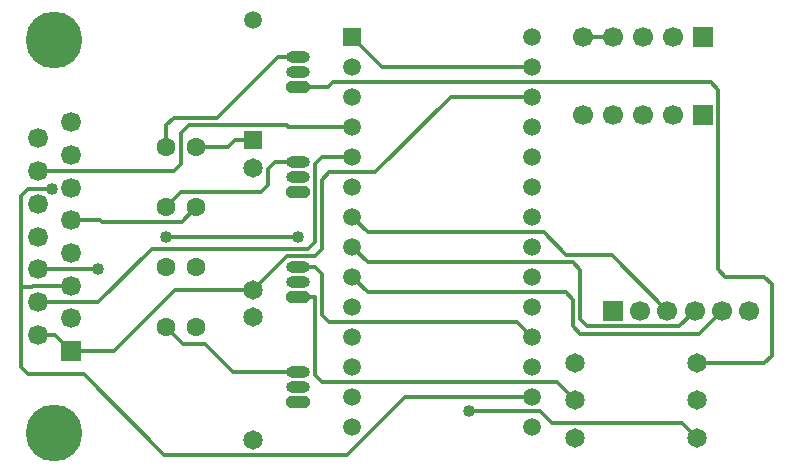
<source format=gbr>
G04 DipTrace 3.0.0.2*
G04 Top.gbr*
%MOMM*%
G04 #@! TF.FileFunction,Copper,L1,Top*
G04 #@! TF.Part,Single*
%AMOUTLINE0*
4,1,8,
-0.75,0.5,
-1.0,0.25,
-1.0,-0.25,
-0.75,-0.5,
0.75,-0.5,
1.0,-0.25,
1.0,0.25,
0.75,0.5,
-0.75,0.5,
0*%
G04 #@! TA.AperFunction,Conductor*
%ADD13C,0.3048*%
G04 #@! TA.AperFunction,ComponentPad*
%ADD14C,1.6*%
%ADD15C,1.6*%
%ADD16R,1.5X1.5*%
%ADD17C,1.5*%
%ADD18R,1.69X1.69*%
%ADD19C,1.69*%
%ADD20C,4.8*%
%ADD21R,1.7X1.7*%
%ADD22C,1.7*%
%ADD23O,2.0X1.0*%
%ADD24C,1.65*%
G04 #@! TA.AperFunction,ViaPad*
%ADD25C,1.016*%
G04 #@! TA.AperFunction,ComponentPad*
%ADD57OUTLINE0*%
%FSLAX35Y35*%
G04*
G71*
G90*
G75*
G01*
G04 Top*
%LPD*%
X2682747Y3259000D2*
D13*
X2557027Y3133280D1*
X1881751D1*
X1866531Y3148500D1*
X1622000D1*
X4000377Y4703627D2*
X4254377Y4449627D1*
X5520377D1*
X2682747Y3767000D2*
X2945569D1*
X3009069Y3830500D1*
X3159000D1*
X5953000Y4703623D2*
X6207000D1*
X1338000Y2179000D2*
X1483500D1*
X1622000Y2040500D1*
X3159000Y2557377D2*
X3448343Y2846720D1*
X3685720D1*
X3746680Y2907680D1*
Y3493391D1*
X3807640Y3554351D1*
X4197441D1*
X4838716Y4195627D1*
X5520377D1*
X1622000Y2040500D2*
X1983622D1*
X2500498Y2557377D1*
X3159000D1*
X4000377Y3941627D2*
X3461431D1*
X3451837Y3951221D1*
X2615430D1*
X2554470Y3890261D1*
Y3624961D1*
X2493509Y3564000D1*
X1338000D1*
Y2456000D2*
X1851571D1*
X2303251Y2907680D1*
X3624760D1*
X3685720Y2968640D1*
Y3626660D1*
X3746687Y3687627D1*
X4000377D1*
X6924500Y1941377D2*
X7490720D1*
X7551681Y2002338D1*
Y2610497D1*
X7490713Y2671465D1*
X7160681D1*
X7099721Y2732425D1*
Y4255391D1*
X7038761Y4316351D1*
X3839372D1*
X3798021Y4275000D1*
X3540000D1*
X5889500Y1623873D2*
X5737022Y1776351D1*
X3746680D1*
X3685720Y1837311D1*
Y2497000D1*
X3540000D1*
X4991770Y1532610D2*
X5592089D1*
X5690100Y1434599D1*
X6796274D1*
X6924500Y1306373D1*
X1622000Y2594500D2*
X1294949D1*
X1286669Y2586220D1*
X1207279D1*
X1194290Y2573230D1*
Y1904431D1*
X1255255Y1843466D1*
X1727720D1*
X2408905Y1162281D1*
X3958010D1*
X4451356Y1655627D1*
X5520377D1*
X2428747Y3767000D2*
Y3951220D1*
X2489707Y4012181D1*
X2855821D1*
X3372639Y4529000D1*
X3540000D1*
X1194290Y2573230D2*
Y3356259D1*
X1255250Y3417219D1*
X1456220D1*
X2428747Y3259000D2*
X2554467Y3384720D1*
X3226259D1*
X3287219Y3445680D1*
Y3579040D1*
X3348179Y3640000D1*
X3540000D1*
Y2751000D2*
X3685720D1*
X3746680Y2690040D1*
Y2345311D1*
X3807640Y2284351D1*
X5399652D1*
X5520377Y2163627D1*
X2428750Y3004200D2*
X3540000D1*
X1848741Y2732999D2*
X1338000Y2733000D1*
X2428747Y2243000D2*
X2570286Y2101461D1*
X2750990D1*
X2990451Y1862000D1*
X3540000D1*
X4000377Y3179627D2*
X4133652Y3046351D1*
X5622371D1*
X5815411Y2853311D1*
X6197792D1*
X6670003Y2381100D1*
X4000377Y2925627D2*
X4133652Y2792351D1*
X5869861D1*
X5930821Y2731391D1*
Y2311341D1*
X5991781Y2250381D1*
X6769281D1*
X6900000Y2381100D1*
X7130003D2*
X6938325Y2189421D1*
X5930818D1*
X5869856Y2250384D1*
Y2477391D1*
X5808896Y2538351D1*
X4133652D1*
X4000377Y2671627D1*
D25*
X4991770Y1532610D3*
X1456220Y3417219D3*
X3540000Y3004200D3*
X2428750D3*
X1848741Y2732999D3*
D14*
X2428747Y3767000D3*
D15*
X2682747D3*
D14*
X2428747Y3259000D3*
D15*
X2682747D3*
D14*
X2428747Y2751000D3*
D15*
X2682747D3*
D14*
X2428747Y2243000D3*
D15*
X2682747D3*
D16*
X3159000Y3830500D3*
D17*
Y4840500D3*
D18*
X1622000Y2040500D3*
D19*
Y2317500D3*
Y2594500D3*
Y2871500D3*
Y3148500D3*
Y3425500D3*
Y3702500D3*
Y3979500D3*
X1338000Y2179000D3*
Y2456000D3*
Y2733000D3*
Y3010000D3*
Y3287000D3*
Y3564000D3*
Y3841000D3*
D20*
X1480000Y1344000D3*
Y4676000D3*
D21*
X6969000Y4703623D3*
D22*
X6715000D3*
X6461000D3*
X6207000D3*
X5953000D3*
D21*
X6969000Y4036873D3*
D22*
X6715000D3*
X6461000D3*
X6207000D3*
X5953000D3*
D57*
X3540000Y4275000D3*
D23*
Y4402000D3*
Y4529000D3*
D57*
Y3386000D3*
D23*
Y3513000D3*
Y3640000D3*
D57*
Y2497000D3*
D23*
Y2624000D3*
Y2751000D3*
D57*
Y1608000D3*
D23*
Y1735000D3*
Y1862000D3*
D24*
X3159000Y3592377D3*
Y2557377D3*
X5889500Y1941377D3*
X6924500D3*
X3159000Y1290500D3*
Y2325500D3*
X6924500Y1623873D3*
X5889500D3*
Y1306373D3*
X6924500D3*
D21*
X6210000Y2381100D3*
D22*
X6440003D3*
X6670003D3*
X6900000D3*
X7130003D3*
X7360000D3*
D16*
X4000377Y4703627D3*
D17*
Y4449627D3*
Y4195627D3*
Y3941627D3*
Y3687627D3*
Y3433627D3*
Y3179627D3*
Y2925627D3*
Y2671627D3*
Y2417627D3*
Y2163627D3*
Y1909627D3*
Y1655627D3*
Y1401627D3*
X5520377D3*
Y1655627D3*
Y1909627D3*
Y2163627D3*
Y2417627D3*
Y2671627D3*
Y2925627D3*
Y3179627D3*
Y3433627D3*
Y3687627D3*
Y3941627D3*
Y4195627D3*
Y4449627D3*
Y4703627D3*
M02*

</source>
